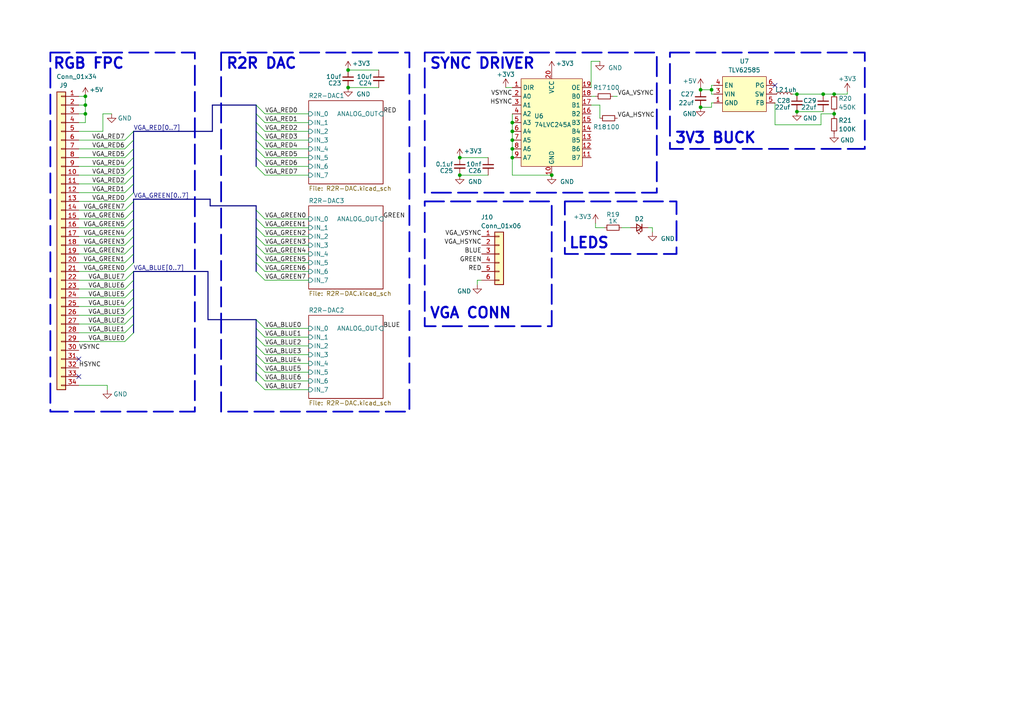
<source format=kicad_sch>
(kicad_sch (version 20231120) (generator "eeschema") (generator_version "8.0")
  (paper "A4")
  (lib_symbols
    (symbol "Connector_Generic:Conn_01x06" (pin_names (offset 1.016) hide)
      (property "Reference" "J" (at 0 7.62 0))
      (property "Value" "Conn_01x06" (at 0 -10.16 0))
      (symbol "Conn_01x06_1_1"
        (rectangle (start -1.27 -7.493) (end 0 -7.747) (stroke (width 0.1524)))
        (rectangle (start -1.27 -4.953) (end 0 -5.207) (stroke (width 0.1524)))
        (rectangle (start -1.27 -2.413) (end 0 -2.667) (stroke (width 0.1524)))
        (rectangle (start -1.27 0.127) (end 0 -0.127) (stroke (width 0.1524)))
        (rectangle (start -1.27 2.667) (end 0 2.413) (stroke (width 0.1524)))
        (rectangle (start -1.27 5.207) (end 0 4.953) (stroke (width 0.1524)))
        (rectangle (start -1.27 6.35) (end 1.27 -8.89) (stroke (width 0.254)) (fill (type background)))
        (pin passive line (at -5.08 5.08 0) (length 3.81) (name "Pin_1") (number "1"))
        (pin passive line (at -5.08 2.54 0) (length 3.81) (name "Pin_2") (number "2"))
        (pin passive line (at -5.08 0 0) (length 3.81) (name "Pin_3") (number "3"))
        (pin passive line (at -5.08 -2.54 0) (length 3.81) (name "Pin_4") (number "4"))
        (pin passive line (at -5.08 -5.08 0) (length 3.81) (name "Pin_5") (number "5"))
        (pin passive line (at -5.08 -7.62 0) (length 3.81) (name "Pin_6") (number "6"))
      )
    )
    (symbol "Connector_Generic:Conn_01x34" (pin_names (offset 1.016) hide)
      (property "Reference" "J" (at 0 43.18 0))
      (property "Value" "Conn_01x34" (at 0 -45.72 0))
      (symbol "Conn_01x34_1_1"
        (rectangle (start -1.27 -43.053) (end 0 -43.307) (stroke (width 0.1524)))
        (rectangle (start -1.27 -40.513) (end 0 -40.767) (stroke (width 0.1524)))
        (rectangle (start -1.27 -37.973) (end 0 -38.227) (stroke (width 0.1524)))
        (rectangle (start -1.27 -35.433) (end 0 -35.687) (stroke (width 0.1524)))
        (rectangle (start -1.27 -32.893) (end 0 -33.147) (stroke (width 0.1524)))
        (rectangle (start -1.27 -30.353) (end 0 -30.607) (stroke (width 0.1524)))
        (rectangle (start -1.27 -27.813) (end 0 -28.067) (stroke (width 0.1524)))
        (rectangle (start -1.27 -25.273) (end 0 -25.527) (stroke (width 0.1524)))
        (rectangle (start -1.27 -22.733) (end 0 -22.987) (stroke (width 0.1524)))
        (rectangle (start -1.27 -20.193) (end 0 -20.447) (stroke (width 0.1524)))
        (rectangle (start -1.27 -17.653) (end 0 -17.907) (stroke (width 0.1524)))
        (rectangle (start -1.27 -15.113) (end 0 -15.367) (stroke (width 0.1524)))
        (rectangle (start -1.27 -12.573) (end 0 -12.827) (stroke (width 0.1524)))
        (rectangle (start -1.27 -10.033) (end 0 -10.287) (stroke (width 0.1524)))
        (rectangle (start -1.27 -7.493) (end 0 -7.747) (stroke (width 0.1524)))
        (rectangle (start -1.27 -4.953) (end 0 -5.207) (stroke (width 0.1524)))
        (rectangle (start -1.27 -2.413) (end 0 -2.667) (stroke (width 0.1524)))
        (rectangle (start -1.27 0.127) (end 0 -0.127) (stroke (width 0.1524)))
        (rectangle (start -1.27 2.667) (end 0 2.413) (stroke (width 0.1524)))
        (rectangle (start -1.27 5.207) (end 0 4.953) (stroke (width 0.1524)))
        (rectangle (start -1.27 7.747) (end 0 7.493) (stroke (width 0.1524)))
        (rectangle (start -1.27 10.287) (end 0 10.033) (stroke (width 0.1524)))
        (rectangle (start -1.27 12.827) (end 0 12.573) (stroke (width 0.1524)))
        (rectangle (start -1.27 15.367) (end 0 15.113) (stroke (width 0.1524)))
        (rectangle (start -1.27 17.907) (end 0 17.653) (stroke (width 0.1524)))
        (rectangle (start -1.27 20.447) (end 0 20.193) (stroke (width 0.1524)))
        (rectangle (start -1.27 22.987) (end 0 22.733) (stroke (width 0.1524)))
        (rectangle (start -1.27 25.527) (end 0 25.273) (stroke (width 0.1524)))
        (rectangle (start -1.27 28.067) (end 0 27.813) (stroke (width 0.1524)))
        (rectangle (start -1.27 30.607) (end 0 30.353) (stroke (width 0.1524)))
        (rectangle (start -1.27 33.147) (end 0 32.893) (stroke (width 0.1524)))
        (rectangle (start -1.27 35.687) (end 0 35.433) (stroke (width 0.1524)))
        (rectangle (start -1.27 38.227) (end 0 37.973) (stroke (width 0.1524)))
        (rectangle (start -1.27 40.767) (end 0 40.513) (stroke (width 0.1524)))
        (rectangle (start -1.27 41.91) (end 1.27 -44.45) (stroke (width 0.254)) (fill (type background)))
        (pin passive line (at -5.08 40.64 0) (length 3.81) (name "Pin_1") (number "1"))
        (pin passive line (at -5.08 17.78 0) (length 3.81) (name "Pin_10") (number "10"))
        (pin passive line (at -5.08 15.24 0) (length 3.81) (name "Pin_11") (number "11"))
        (pin passive line (at -5.08 12.7 0) (length 3.81) (name "Pin_12") (number "12"))
        (pin passive line (at -5.08 10.16 0) (length 3.81) (name "Pin_13") (number "13"))
        (pin passive line (at -5.08 7.62 0) (length 3.81) (name "Pin_14") (number "14"))
        (pin passive line (at -5.08 5.08 0) (length 3.81) (name "Pin_15") (number "15"))
        (pin passive line (at -5.08 2.54 0) (length 3.81) (name "Pin_16") (number "16"))
        (pin passive line (at -5.08 0 0) (length 3.81) (name "Pin_17") (number "17"))
        (pin passive line (at -5.08 -2.54 0) (length 3.81) (name "Pin_18") (number "18"))
        (pin passive line (at -5.08 -5.08 0) (length 3.81) (name "Pin_19") (number "19"))
        (pin passive line (at -5.08 38.1 0) (length 3.81) (name "Pin_2") (number "2"))
        (pin passive line (at -5.08 -7.62 0) (length 3.81) (name "Pin_20") (number "20"))
        (pin passive line (at -5.08 -10.16 0) (length 3.81) (name "Pin_21") (number "21"))
        (pin passive line (at -5.08 -12.7 0) (length 3.81) (name "Pin_22") (number "22"))
        (pin passive line (at -5.08 -15.24 0) (length 3.81) (name "Pin_23") (number "23"))
        (pin passive line (at -5.08 -17.78 0) (length 3.81) (name "Pin_24") (number "24"))
        (pin passive line (at -5.08 -20.32 0) (length 3.81) (name "Pin_25") (number "25"))
        (pin passive line (at -5.08 -22.86 0) (length 3.81) (name "Pin_26") (number "26"))
        (pin passive line (at -5.08 -25.4 0) (length 3.81) (name "Pin_27") (number "27"))
        (pin passive line (at -5.08 -27.94 0) (length 3.81) (name "Pin_28") (number "28"))
        (pin passive line (at -5.08 -30.48 0) (length 3.81) (name "Pin_29") (number "29"))
        (pin passive line (at -5.08 35.56 0) (length 3.81) (name "Pin_3") (number "3"))
        (pin passive line (at -5.08 -33.02 0) (length 3.81) (name "Pin_30") (number "30"))
        (pin passive line (at -5.08 -35.56 0) (length 3.81) (name "Pin_31") (number "31"))
        (pin passive line (at -5.08 -38.1 0) (length 3.81) (name "Pin_32") (number "32"))
        (pin passive line (at -5.08 -40.64 0) (length 3.81) (name "Pin_33") (number "33"))
        (pin passive line (at -5.08 -43.18 0) (length 3.81) (name "Pin_34") (number "34"))
        (pin passive line (at -5.08 33.02 0) (length 3.81) (name "Pin_4") (number "4"))
        (pin passive line (at -5.08 30.48 0) (length 3.81) (name "Pin_5") (number "5"))
        (pin passive line (at -5.08 27.94 0) (length 3.81) (name "Pin_6") (number "6"))
        (pin passive line (at -5.08 25.4 0) (length 3.81) (name "Pin_7") (number "7"))
        (pin passive line (at -5.08 22.86 0) (length 3.81) (name "Pin_8") (number "8"))
        (pin passive line (at -5.08 20.32 0) (length 3.81) (name "Pin_9") (number "9"))
      )
    )
    (symbol "Device:C_Small" (pin_numbers hide) (pin_names (offset 0.254) hide)
      (property "Reference" "C" (at 0.254 1.778 0))
      (property "Value" "C_Small" (at 0.254 -2.032 0))
      (symbol "C_Small_0_1"
        (polyline (pts (xy -1.524 -0.508) (xy 1.524 -0.508)) (stroke (width 0.3302)))
        (polyline (pts (xy -1.524 0.508) (xy 1.524 0.508)) (stroke (width 0.3048)))
      )
      (symbol "C_Small_1_1"
        (pin passive line (at 0 2.54 270) (length 2.032) (name "~") (number "1"))
        (pin passive line (at 0 -2.54 90) (length 2.032) (name "~") (number "2"))
      )
    )
    (symbol "Device:LED_Small" (pin_numbers hide) (pin_names (offset 0.254) hide)
      (property "Reference" "D" (at -1.27 3.175 0))
      (property "Value" "LED_Small" (at -4.445 -2.54 0))
      (symbol "LED_Small_0_1"
        (polyline (pts (xy -0.762 -1.016) (xy -0.762 1.016)) (stroke (width 0.254)))
        (polyline (pts (xy 1.016 0) (xy -0.762 0)))
        (polyline (pts (xy 0.762 -1.016) (xy -0.762 0) (xy 0.762 1.016) (xy 0.762 -1.016)) (stroke (width 0.254)))
        (polyline (pts (xy 0 0.762) (xy -0.508 1.27) (xy -0.254 1.27) (xy -0.508 1.27) (xy -0.508 1.016)))
        (polyline (pts (xy 0.508 1.27) (xy 0 1.778) (xy 0.254 1.778) (xy 0 1.778) (xy 0 1.524)))
      )
      (symbol "LED_Small_1_1"
        (pin passive line (at -2.54 0 0) (length 1.778) (name "K") (number "1"))
        (pin passive line (at 2.54 0 180) (length 1.778) (name "A") (number "2"))
      )
    )
    (symbol "Device:L_Small" (pin_numbers hide) (pin_names (offset 0.254) hide)
      (property "Reference" "L" (at 0.762 1.016 0))
      (property "Value" "L_Small" (at 0.762 -1.016 0))
      (symbol "L_Small_0_1"
        (arc (start 0 -2.032) (mid 0.5058 -1.524) (end 0 -1.016))
        (arc (start 0 -1.016) (mid 0.5058 -0.508) (end 0 0))
        (arc (start 0 0) (mid 0.5058 0.508) (end 0 1.016))
        (arc (start 0 1.016) (mid 0.5058 1.524) (end 0 2.032))
      )
      (symbol "L_Small_1_1"
        (pin passive line (at 0 2.54 270) (length 0.508) (name "~") (number "1"))
        (pin passive line (at 0 -2.54 90) (length 0.508) (name "~") (number "2"))
      )
    )
    (symbol "Device:R_Small" (pin_numbers hide) (pin_names (offset 0.254) hide)
      (property "Reference" "R" (at 0.762 0.508 0))
      (property "Value" "R_Small" (at 0.762 -1.016 0))
      (symbol "R_Small_0_1"
        (rectangle (start -0.762 1.778) (end 0.762 -1.778) (stroke (width 0.2032)))
      )
      (symbol "R_Small_1_1"
        (pin passive line (at 0 2.54 270) (length 0.762) (name "~") (number "1"))
        (pin passive line (at 0 -2.54 90) (length 0.762) (name "~") (number "2"))
      )
    )
    (symbol "New_Library:74LVC245A"
      (property "Reference" "U" (at 0 1.27 0))
      (property "Value" "74LVC245A" (at 0 -2.54 0))
      (symbol "74LVC245A_1_0"
        (pin input line (at 11.43 5.08 180) (length 2.54) (name "B1") (number "17"))
        (pin input line (at -11.43 5.08 0) (length 2.54) (name "A1") (number "3"))
      )
      (symbol "74LVC245A_1_1"
        (rectangle (start -8.89 12.7) (end 8.89 -12.7) (fill (type background)))
        (pin input line (at -11.43 10.16 0) (length 2.54) (name "DIR") (number "1"))
        (pin input line (at 0 -15.24 90) (length 2.54) (name "GND") (number "10"))
        (pin input line (at 11.43 -10.16 180) (length 2.54) (name "B7") (number "11"))
        (pin input line (at 11.43 -7.62 180) (length 2.54) (name "B6") (number "12"))
        (pin input line (at 11.43 -5.08 180) (length 2.54) (name "B5") (number "13"))
        (pin input line (at 11.43 -2.54 180) (length 2.54) (name "B4") (number "14"))
        (pin input line (at 11.43 0 180) (length 2.54) (name "B3") (number "15"))
        (pin input line (at 11.43 2.54 180) (length 2.54) (name "B2") (number "16"))
        (pin input line (at 11.43 7.62 180) (length 2.54) (name "B0") (number "18"))
        (pin input line (at 11.43 10.16 180) (length 2.54) (name "OE") (number "19"))
        (pin input line (at -11.43 7.62 0) (length 2.54) (name "A0") (number "2"))
        (pin input line (at 0 15.24 270) (length 2.54) (name "VCC") (number "20"))
        (pin input line (at -11.43 2.54 0) (length 2.54) (name "A2") (number "4"))
        (pin input line (at -11.43 0 0) (length 2.54) (name "A3") (number "5"))
        (pin input line (at -11.43 -2.54 0) (length 2.54) (name "A4") (number "6"))
        (pin input line (at -11.43 -5.08 0) (length 2.54) (name "A5") (number "7"))
        (pin input line (at -11.43 -7.62 0) (length 2.54) (name "A6") (number "8"))
        (pin input line (at -11.43 -10.16 0) (length 2.54) (name "A7") (number "9"))
      )
    )
    (symbol "mylib:TLV62585"
      (property "Reference" "U" (at 0 8.89 0))
      (property "Value" "TLV62585" (at 0 6.35 0))
      (symbol "TLV62585_1_1"
        (rectangle (start -6.35 5.08) (end 6.35 -5.08) (fill (type background)))
        (pin power_out line (at -8.89 -2.54 0) (length 2.54) (name "GND") (number "1"))
        (pin power_out line (at 8.89 0 180) (length 2.54) (name "SW") (number "2"))
        (pin power_in line (at -8.89 0 0) (length 2.54) (name "VIN") (number "3"))
        (pin input line (at -8.89 2.54 0) (length 2.54) (name "EN") (number "4"))
        (pin input line (at 8.89 -2.54 180) (length 2.54) (name "FB") (number "5"))
        (pin output line (at 8.89 2.54 180) (length 2.54) (name "PG") (number "6"))
      )
    )
    (symbol "power:+3V3" (power) (pin_names (offset 0))
      (property "Value" "+3V3" (at 0 3.556 0))
      (symbol "+3V3_0_1"
        (polyline (pts (xy -0.762 1.27) (xy 0 2.54)))
        (polyline (pts (xy 0 0) (xy 0 2.54)))
        (polyline (pts (xy 0 2.54) (xy 0.762 1.27)))
      )
      (symbol "+3V3_1_1"
        (pin power_in line (at 0 0 90) (length 0) hide (name "+3V3") (number "1"))
      )
    )
    (symbol "power:+5V" (power) (pin_names (offset 0))
      (property "Value" "+5V" (at 0 3.556 0))
      (symbol "+5V_0_1"
        (polyline (pts (xy -0.762 1.27) (xy 0 2.54)))
        (polyline (pts (xy 0 0) (xy 0 2.54)))
        (polyline (pts (xy 0 2.54) (xy 0.762 1.27)))
      )
      (symbol "+5V_1_1"
        (pin power_in line (at 0 0 90) (length 0) hide (name "+5V") (number "1"))
      )
    )
    (symbol "power:GND" (power) (pin_names (offset 0))
      (property "Value" "GND" (at 0 -3.81 0))
      (symbol "GND_0_1"
        (polyline (pts (xy 0 0) (xy 0 -1.27) (xy 1.27 -1.27) (xy 0 -2.54) (xy -1.27 -1.27) (xy 0 -1.27)))
      )
      (symbol "GND_1_1"
        (pin power_in line (at 0 0 270) (length 0) hide (name "GND") (number "1"))
      )
    )
  )
  (junction (at 148.59 43.18))
  (junction (at 133.35 50.8))
  (junction (at 241.935 27.305))
  (junction (at 133.35 45.72))
  (junction (at 206.375 26.035))
  (junction (at 203.2 26.035))
  (junction (at 231.14 32.385))
  (junction (at 241.935 33.02))
  (junction (at 148.59 35.56))
  (junction (at 24.765 30.48))
  (junction (at 148.59 45.72))
  (junction (at 203.2 31.115))
  (junction (at 238.76 27.305))
  (junction (at 24.765 27.94))
  (junction (at 231.14 27.305))
  (junction (at 160.02 50.8))
  (junction (at 100.965 25.4))
  (junction (at 148.59 40.64))
  (junction (at 148.59 38.1))
  (junction (at 100.965 20.32))
  (junction (at 24.765 33.02))
  (no_connect (at 22.86 109.22))
  (no_connect (at 224.79 24.765))
  (no_connect (at 22.86 104.14))
  (bus_entry (at 38.735 45.72) (size -2.54 2.54))
  (bus_entry (at 38.735 68.58) (size -2.54 2.54))
  (bus_entry (at 38.735 63.5) (size -2.54 2.54))
  (bus_entry (at 74.295 38.1) (size 2.54 2.54))
  (bus_entry (at 38.735 91.44) (size -2.54 2.54))
  (bus_entry (at 74.295 43.18) (size 2.54 2.54))
  (bus_entry (at 74.295 78.74) (size 2.54 2.54))
  (bus_entry (at 74.295 63.5) (size 2.54 2.54))
  (bus_entry (at 38.735 66.04) (size -2.54 2.54))
  (bus_entry (at 74.295 66.04) (size 2.54 2.54))
  (bus_entry (at 74.295 35.56) (size 2.54 2.54))
  (bus_entry (at 74.295 68.58) (size 2.54 2.54))
  (bus_entry (at 74.295 60.96) (size 2.54 2.54))
  (bus_entry (at 38.735 60.96) (size -2.54 2.54))
  (bus_entry (at 74.295 40.64) (size 2.54 2.54))
  (bus_entry (at 38.735 58.42) (size -2.54 2.54))
  (bus_entry (at 38.735 88.9) (size -2.54 2.54))
  (bus_entry (at 74.295 30.48) (size 2.54 2.54))
  (bus_entry (at 38.735 73.66) (size -2.54 2.54))
  (bus_entry (at 38.735 78.74) (size -2.54 2.54))
  (bus_entry (at 38.735 96.52) (size -2.54 2.54))
  (bus_entry (at 74.295 71.12) (size 2.54 2.54))
  (bus_entry (at 74.295 76.2) (size 2.54 2.54))
  (bus_entry (at 38.735 48.26) (size -2.54 2.54))
  (bus_entry (at 38.735 43.18) (size -2.54 2.54))
  (bus_entry (at 38.735 81.28) (size -2.54 2.54))
  (bus_entry (at 74.295 110.49) (size 2.54 2.54))
  (bus_entry (at 74.295 95.25) (size 2.54 2.54))
  (bus_entry (at 74.295 102.87) (size 2.54 2.54))
  (bus_entry (at 38.735 38.1) (size -2.54 2.54))
  (bus_entry (at 38.735 93.98) (size -2.54 2.54))
  (bus_entry (at 38.735 71.12) (size -2.54 2.54))
  (bus_entry (at 38.735 86.36) (size -2.54 2.54))
  (bus_entry (at 74.295 105.41) (size 2.54 2.54))
  (bus_entry (at 74.295 48.26) (size 2.54 2.54))
  (bus_entry (at 74.295 73.66) (size 2.54 2.54))
  (bus_entry (at 38.735 53.34) (size -2.54 2.54))
  (bus_entry (at 38.735 76.2) (size -2.54 2.54))
  (bus_entry (at 38.735 50.8) (size -2.54 2.54))
  (bus_entry (at 38.735 40.64) (size -2.54 2.54))
  (bus_entry (at 74.295 45.72) (size 2.54 2.54))
  (bus_entry (at 74.295 33.02) (size 2.54 2.54))
  (bus_entry (at 38.735 55.88) (size -2.54 2.54))
  (bus_entry (at 74.295 107.95) (size 2.54 2.54))
  (bus_entry (at 38.735 83.82) (size -2.54 2.54))
  (bus_entry (at 74.295 100.33) (size 2.54 2.54))
  (bus_entry (at 74.295 97.79) (size 2.54 2.54))
  (bus_entry (at 74.295 92.71) (size 2.54 2.54))
  (wire (pts (xy 76.835 113.03) (xy 89.535 113.03)))
  (wire (pts (xy 148.59 33.02) (xy 148.59 35.56)))
  (bus (pts (xy 74.295 30.48) (xy 74.295 33.02)))
  (wire (pts (xy 76.835 43.18) (xy 89.535 43.18)))
  (wire (pts (xy 76.835 97.79) (xy 89.535 97.79)))
  (wire (pts (xy 76.835 107.95) (xy 89.535 107.95)))
  (bus (pts (xy 74.295 92.71) (xy 74.295 95.25)))
  (wire (pts (xy 148.59 43.18) (xy 148.59 45.72)))
  (bus (pts (xy 74.295 102.87) (xy 74.295 105.41)))
  (bus (pts (xy 74.295 107.95) (xy 74.295 110.49)))
  (wire (pts (xy 224.79 29.845) (xy 224.79 36.195)))
  (wire (pts (xy 231.14 32.385) (xy 238.76 32.385)))
  (bus (pts (xy 38.735 50.8) (xy 38.735 53.34)))
  (wire (pts (xy 207.01 27.305) (xy 206.375 27.305)))
  (wire (pts (xy 76.835 48.26) (xy 89.535 48.26)))
  (bus (pts (xy 74.295 66.04) (xy 74.295 68.58)))
  (bus (pts (xy 61.595 30.48) (xy 74.295 30.48)))
  (wire (pts (xy 24.765 27.94) (xy 24.765 30.48)))
  (wire (pts (xy 189.23 67.31) (xy 189.23 66.04)))
  (wire (pts (xy 76.835 66.04) (xy 89.535 66.04)))
  (bus (pts (xy 38.735 83.82) (xy 38.735 86.36)))
  (bus (pts (xy 38.735 71.12) (xy 38.735 73.66)))
  (wire (pts (xy 229.87 27.305) (xy 231.14 27.305)))
  (wire (pts (xy 207.01 24.765) (xy 206.375 24.765)))
  (wire (pts (xy 22.86 68.58) (xy 36.195 68.58)))
  (bus (pts (xy 38.735 91.44) (xy 38.735 93.98)))
  (wire (pts (xy 179.07 27.94) (xy 177.8 27.94)))
  (wire (pts (xy 203.2 25.4) (xy 203.2 26.035)))
  (bus (pts (xy 74.295 63.5) (xy 74.295 66.04)))
  (wire (pts (xy 24.765 33.02) (xy 24.765 35.56)))
  (bus (pts (xy 38.735 57.785) (xy 60.96 57.785)))
  (wire (pts (xy 206.375 29.845) (xy 206.375 31.115)))
  (bus (pts (xy 74.295 76.2) (xy 74.295 78.74)))
  (wire (pts (xy 146.685 25.4) (xy 148.59 25.4)))
  (bus (pts (xy 60.325 78.74) (xy 60.325 92.71)))
  (wire (pts (xy 133.35 50.8) (xy 141.605 50.8)))
  (wire (pts (xy 22.86 60.96) (xy 36.195 60.96)))
  (wire (pts (xy 238.76 27.305) (xy 241.935 27.305)))
  (wire (pts (xy 238.125 36.195) (xy 238.125 33.02)))
  (wire (pts (xy 76.835 102.87) (xy 89.535 102.87)))
  (bus (pts (xy 74.295 59.69) (xy 74.295 60.96)))
  (wire (pts (xy 22.86 83.82) (xy 36.195 83.82)))
  (bus (pts (xy 38.735 57.785) (xy 38.735 58.42)))
  (wire (pts (xy 171.45 17.78) (xy 173.99 17.78)))
  (wire (pts (xy 22.86 93.98) (xy 36.195 93.98)))
  (wire (pts (xy 22.86 30.48) (xy 24.765 30.48)))
  (bus (pts (xy 38.735 81.28) (xy 38.735 83.82)))
  (wire (pts (xy 133.35 45.72) (xy 141.605 45.72)))
  (wire (pts (xy 148.59 50.8) (xy 160.02 50.8)))
  (wire (pts (xy 22.86 78.74) (xy 36.195 78.74)))
  (wire (pts (xy 22.86 73.66) (xy 36.195 73.66)))
  (wire (pts (xy 76.835 100.33) (xy 89.535 100.33)))
  (wire (pts (xy 100.965 20.32) (xy 109.855 20.32)))
  (bus (pts (xy 61.595 38.1) (xy 61.595 30.48)))
  (wire (pts (xy 76.835 73.66) (xy 89.535 73.66)))
  (wire (pts (xy 241.935 32.385) (xy 241.935 33.02)))
  (bus (pts (xy 60.96 59.69) (xy 74.295 59.69)))
  (bus (pts (xy 38.735 93.98) (xy 38.735 96.52)))
  (bus (pts (xy 38.735 73.66) (xy 38.735 76.2)))
  (wire (pts (xy 76.835 110.49) (xy 89.535 110.49)))
  (wire (pts (xy 76.835 105.41) (xy 89.535 105.41)))
  (wire (pts (xy 76.835 63.5) (xy 89.535 63.5)))
  (wire (pts (xy 22.86 45.72) (xy 36.195 45.72)))
  (wire (pts (xy 76.835 76.2) (xy 89.535 76.2)))
  (bus (pts (xy 38.735 78.74) (xy 60.325 78.74)))
  (wire (pts (xy 100.965 25.4) (xy 109.855 25.4)))
  (wire (pts (xy 22.86 96.52) (xy 36.195 96.52)))
  (wire (pts (xy 22.86 33.02) (xy 24.765 33.02)))
  (wire (pts (xy 245.745 27.305) (xy 245.745 26.67)))
  (wire (pts (xy 76.835 81.28) (xy 89.535 81.28)))
  (bus (pts (xy 38.735 38.1) (xy 61.595 38.1)))
  (wire (pts (xy 22.86 40.64) (xy 36.195 40.64)))
  (wire (pts (xy 22.86 91.44) (xy 36.195 91.44)))
  (wire (pts (xy 76.835 50.8) (xy 89.535 50.8)))
  (bus (pts (xy 60.325 92.71) (xy 74.295 92.71)))
  (wire (pts (xy 171.45 27.94) (xy 172.72 27.94)))
  (wire (pts (xy 22.86 55.88) (xy 36.195 55.88)))
  (wire (pts (xy 76.835 40.64) (xy 89.535 40.64)))
  (bus (pts (xy 38.735 45.72) (xy 38.735 48.26)))
  (wire (pts (xy 22.86 81.28) (xy 36.195 81.28)))
  (bus (pts (xy 74.295 33.02) (xy 74.295 35.56)))
  (wire (pts (xy 22.86 88.9) (xy 36.195 88.9)))
  (wire (pts (xy 206.375 27.305) (xy 206.375 26.035)))
  (bus (pts (xy 74.295 43.18) (xy 74.295 45.72)))
  (wire (pts (xy 22.86 38.1) (xy 29.845 38.1)))
  (wire (pts (xy 241.935 33.02) (xy 241.935 33.655)))
  (wire (pts (xy 238.125 33.02) (xy 241.935 33.02)))
  (bus (pts (xy 74.295 97.79) (xy 74.295 100.33)))
  (wire (pts (xy 148.59 38.1) (xy 148.59 40.64)))
  (bus (pts (xy 74.295 95.25) (xy 74.295 97.79)))
  (wire (pts (xy 76.835 33.02) (xy 89.535 33.02)))
  (wire (pts (xy 22.86 71.12) (xy 36.195 71.12)))
  (wire (pts (xy 76.835 38.1) (xy 89.535 38.1)))
  (wire (pts (xy 22.86 35.56) (xy 24.765 35.56)))
  (wire (pts (xy 24.765 30.48) (xy 24.765 33.02)))
  (bus (pts (xy 74.295 45.72) (xy 74.295 48.26)))
  (wire (pts (xy 224.79 36.195) (xy 238.125 36.195)))
  (wire (pts (xy 173.99 34.29) (xy 173.99 30.48)))
  (wire (pts (xy 231.14 27.305) (xy 238.76 27.305)))
  (wire (pts (xy 172.72 66.04) (xy 172.72 64.77)))
  (wire (pts (xy 31.115 111.76) (xy 31.115 113.03)))
  (bus (pts (xy 74.295 38.1) (xy 74.295 40.64)))
  (bus (pts (xy 38.735 40.64) (xy 38.735 43.18)))
  (wire (pts (xy 29.845 33.02) (xy 32.385 33.02)))
  (bus (pts (xy 38.735 58.42) (xy 38.735 60.96)))
  (bus (pts (xy 38.735 63.5) (xy 38.735 66.04)))
  (wire (pts (xy 76.835 71.12) (xy 89.535 71.12)))
  (bus (pts (xy 74.295 68.58) (xy 74.295 71.12)))
  (wire (pts (xy 76.835 68.58) (xy 89.535 68.58)))
  (wire (pts (xy 22.86 63.5) (xy 36.195 63.5)))
  (wire (pts (xy 203.2 31.115) (xy 206.375 31.115)))
  (wire (pts (xy 22.86 43.18) (xy 36.195 43.18)))
  (bus (pts (xy 74.295 73.66) (xy 74.295 76.2)))
  (bus (pts (xy 38.735 53.34) (xy 38.735 55.88)))
  (wire (pts (xy 241.935 27.305) (xy 245.745 27.305)))
  (wire (pts (xy 22.86 111.76) (xy 31.115 111.76)))
  (bus (pts (xy 74.295 105.41) (xy 74.295 107.95)))
  (bus (pts (xy 38.735 86.36) (xy 38.735 88.9)))
  (wire (pts (xy 22.86 48.26) (xy 36.195 48.26)))
  (wire (pts (xy 22.86 27.94) (xy 24.765 27.94)))
  (wire (pts (xy 207.01 29.845) (xy 206.375 29.845)))
  (wire (pts (xy 76.835 78.74) (xy 89.535 78.74)))
  (wire (pts (xy 22.86 58.42) (xy 36.195 58.42)))
  (bus (pts (xy 38.735 60.96) (xy 38.735 63.5)))
  (bus (pts (xy 74.295 35.56) (xy 74.295 38.1)))
  (wire (pts (xy 29.845 33.02) (xy 29.845 38.1)))
  (wire (pts (xy 76.835 35.56) (xy 89.535 35.56)))
  (wire (pts (xy 171.45 17.78) (xy 171.45 25.4)))
  (wire (pts (xy 189.23 66.04) (xy 187.96 66.04)))
  (wire (pts (xy 206.375 26.035) (xy 203.2 26.035)))
  (bus (pts (xy 38.735 88.9) (xy 38.735 91.44)))
  (wire (pts (xy 22.86 53.34) (xy 36.195 53.34)))
  (wire (pts (xy 206.375 24.765) (xy 206.375 26.035)))
  (wire (pts (xy 22.86 86.36) (xy 36.195 86.36)))
  (bus (pts (xy 60.96 57.785) (xy 60.96 59.69)))
  (wire (pts (xy 22.86 50.8) (xy 36.195 50.8)))
  (bus (pts (xy 74.295 100.33) (xy 74.295 102.87)))
  (bus (pts (xy 74.295 60.96) (xy 74.295 63.5)))
  (bus (pts (xy 38.735 43.18) (xy 38.735 45.72)))
  (wire (pts (xy 148.59 45.72) (xy 148.59 50.8)))
  (wire (pts (xy 139.7 81.28) (xy 138.43 81.28)))
  (bus (pts (xy 38.735 68.58) (xy 38.735 71.12)))
  (wire (pts (xy 76.835 45.72) (xy 89.535 45.72)))
  (wire (pts (xy 173.99 30.48) (xy 171.45 30.48)))
  (wire (pts (xy 22.86 66.04) (xy 36.195 66.04)))
  (bus (pts (xy 74.295 40.64) (xy 74.295 43.18)))
  (bus (pts (xy 74.295 71.12) (xy 74.295 73.66)))
  (bus (pts (xy 38.735 78.74) (xy 38.735 81.28)))
  (wire (pts (xy 148.59 40.64) (xy 148.59 43.18)))
  (wire (pts (xy 22.86 99.06) (xy 36.195 99.06)))
  (wire (pts (xy 138.43 81.28) (xy 138.43 82.55)))
  (bus (pts (xy 38.735 66.04) (xy 38.735 68.58)))
  (bus (pts (xy 38.735 48.26) (xy 38.735 50.8)))
  (wire (pts (xy 180.34 66.04) (xy 182.88 66.04)))
  (wire (pts (xy 76.835 95.25) (xy 89.535 95.25)))
  (wire (pts (xy 148.59 35.56) (xy 148.59 38.1)))
  (bus (pts (xy 38.735 38.1) (xy 38.735 40.64)))
  (wire (pts (xy 175.26 66.04) (xy 172.72 66.04)))
  (wire (pts (xy 22.86 76.2) (xy 36.195 76.2)))
  (rectangle (start 123.19 15.24) (end 190.5 55.88) (stroke (width 0.508) (type dash)))
  (rectangle (start 163.83 58.42) (end 196.215 73.66) (stroke (width 0.508) (type dash)))
  (rectangle (start 194.31 15.24) (end 250.825 43.18) (stroke (width 0.508) (type dash)))
  (rectangle (start 14.605 15.24) (end 56.515 119.38) (stroke (width 0.508) (type dash)))
  (rectangle (start 64.135 15.24) (end 118.745 119.38) (stroke (width 0.508) (type dash)))
  (rectangle (start 123.19 58.42) (end 160.02 94.615) (stroke (width 0.508) (type dash)))
  (text "R2R DAC" (at 65.405 20.32 0) (effects (font (size 3.048 3.048) (thickness 0.6096) (bold yes)) (justify left bottom)))
  (text "LEDS" (at 164.846 72.39 0) (effects (font (size 3.048 3.048) (thickness 0.6096) (bold yes)) (justify left bottom)))
  (text "3V3 BUCK" (at 195.58 41.91 0) (effects (font (size 3.048 3.048) (thickness 0.6096) (bold yes)) (justify left bottom)))
  (text "RGB FPC" (at 36.195 20.32 0) (effects (font (size 3.048 3.048) (thickness 0.6096) (bold yes)) (justify right bottom)))
  (text "SYNC DRIVER" (at 124.46 20.32 0) (effects (font (size 3.048 3.048) (thickness 0.6096) (bold yes)) (justify left bottom)))
  (text "VGA CONN\n" (at 124.46 92.71 0) (effects (font (size 3.048 3.048) (thickness 0.6096) (bold yes)) (justify left bottom)))
  (label "VGA_GREEN5" (at 76.835 76.2 0))
  (label "VGA_BLUE0" (at 76.835 95.25 0))
  (label "VGA_BLUE1" (at 76.835 97.79 0))
  (label "VGA_RED5" (at 36.195 45.72 180))
  (label "VGA_RED6" (at 76.835 48.26 0))
  (label "VGA_GREEN2" (at 76.835 68.58 0))
  (label "GREEN" (at 111.125 63.5 0))
  (label "VGA_GREEN3" (at 36.195 71.12 180))
  (label "VGA_GREEN1" (at 36.195 76.2 180))
  (label "VGA_BLUE2" (at 36.195 93.98 180))
  (label "VGA_HSYNC" (at 179.07 34.29 0))
  (label "HSYNC" (at 148.59 30.48 180))
  (label "VGA_VSYNC" (at 139.7 68.58 180))
  (label "VGA_GREEN2" (at 36.195 73.66 180))
  (label "VGA_GREEN4" (at 36.195 68.58 180))
  (label "VGA_RED7" (at 76.835 50.8 0))
  (label "VGA_BLUE[0..7]" (at 38.735 78.74 0))
  (label "VGA_BLUE5" (at 76.835 107.95 0))
  (label "VGA_BLUE7" (at 76.835 113.03 0))
  (label "VGA_RED5" (at 76.835 45.72 0))
  (label "VGA_RED3" (at 76.835 40.64 0))
  (label "VGA_RED0" (at 76.835 33.02 0))
  (label "VGA_BLUE4" (at 76.835 105.41 0))
  (label "RED" (at 111.125 33.02 0))
  (label "BLUE" (at 139.7 73.66 180))
  (label "VGA_RED[0..7]" (at 38.735 38.1 0))
  (label "VGA_GREEN[0..7]" (at 38.735 57.785 0))
  (label "VGA_GREEN4" (at 76.835 73.66 0))
  (label "VGA_RED3" (at 36.195 50.8 180))
  (label "VGA_GREEN7" (at 36.195 60.96 180))
  (label "VGA_RED2" (at 76.835 38.1 0))
  (label "VGA_BLUE1" (at 36.195 96.52 180))
  (label "VGA_BLUE6" (at 36.195 83.82 180))
  (label "VGA_BLUE5" (at 36.195 86.36 180))
  (label "VGA_GREEN5" (at 36.195 66.04 180))
  (label "VGA_RED4" (at 36.195 48.26 180))
  (label "VGA_RED6" (at 36.195 43.18 180))
  (label "VGA_RED7" (at 36.195 40.64 180))
  (label "RED" (at 139.7 78.74 180))
  (label "VGA_BLUE3" (at 76.835 102.87 0))
  (label "VGA_GREEN0" (at 36.195 78.74 180))
  (label "VSYNC" (at 148.59 27.94 180))
  (label "VGA_BLUE7" (at 36.195 81.28 180))
  (label "VGA_HSYNC" (at 139.7 71.12 180))
  (label "VGA_GREEN6" (at 76.835 78.74 0))
  (label "BLUE" (at 111.125 95.25 0))
  (label "GREEN" (at 139.7 76.2 180))
  (label "VGA_GREEN3" (at 76.835 71.12 0))
  (label "VGA_RED2" (at 36.195 53.34 180))
  (label "VGA_VSYNC" (at 179.07 27.94 0))
  (label "VGA_BLUE3" (at 36.195 91.44 180))
  (label "VGA_GREEN1" (at 76.835 66.04 0))
  (label "VGA_GREEN0" (at 76.835 63.5 0))
  (label "VGA_BLUE2" (at 76.835 100.33 0))
  (label "HSYNC" (at 22.86 106.68 0))
  (label "VGA_RED0" (at 36.195 58.42 180))
  (label "VGA_GREEN6" (at 36.195 63.5 180))
  (label "VGA_RED4" (at 76.835 43.18 0))
  (label "VGA_BLUE4" (at 36.195 88.9 180))
  (label "VSYNC" (at 22.86 101.6 0))
  (label "VGA_GREEN7" (at 76.835 81.28 0))
  (label "VGA_RED1" (at 36.195 55.88 180))
  (label "VGA_BLUE0" (at 36.195 99.06 180))
  (label "VGA_RED1" (at 76.835 35.56 0))
  (label "VGA_BLUE6" (at 76.835 110.49 0))
  (symbol (lib_id "power:+3V3") (at 160.02 20.32 0) (unit 1)
    (property "Reference" "#PWR57" (effects (hide yes)))
    (property "Value" "+3V3" (at 163.83 18.415 0))
    (property "Description" "Power symbol creates a global label with name \"+3V3\"" (effects (hide yes)))
  )
  (symbol (lib_id "power:GND") (at 133.35 50.8 0) (unit 1)
    (property "Reference" "#PWR54" (effects (hide yes)))
    (property "Value" "GND" (at 137.795 52.705 0))
    (property "Description" "Power symbol creates a global label with name \"GND\" , ground" (effects (hide yes)))
  )
  (symbol (lib_id "power:+3V3") (at 146.685 25.4 0) (unit 1)
    (property "Reference" "#PWR56" (effects (hide yes)))
    (property "Value" "+3V3" (at 146.685 21.59 0))
    (property "Description" "Power symbol creates a global label with name \"+3V3\"" (effects (hide yes)))
  )
  (symbol (lib_id "power:+3V3") (at 245.745 26.67 0) (unit 1)
    (property "Reference" "#PWR66" (effects (hide yes)))
    (property "Value" "+3V3" (at 245.745 22.86 0))
    (property "Description" "Power symbol creates a global label with name \"+3V3\"" (effects (hide yes)))
  )
  (symbol (lib_id "power:GND") (at 203.2 31.115 0) (unit 1)
    (property "Reference" "#PWR63" (effects (hide yes)))
    (property "Value" "GND" (at 200.025 33.02 0))
    (property "Description" "Power symbol creates a global label with name \"GND\" , ground" (effects (hide yes)))
  )
  (symbol (lib_id "power:+3V3") (at 133.35 45.72 0) (unit 1)
    (property "Reference" "#PWR53" (effects (hide yes)))
    (property "Value" "+3V3" (at 137.16 43.815 0))
    (property "Description" "Power symbol creates a global label with name \"+3V3\"" (effects (hide yes)))
  )
  (symbol (lib_id "Device:C_Small") (at 231.14 29.845 0) (mirror y) (unit 1)
    (property "Reference" "C28" (at 229.235 29.21 0) (effects (justify left)))
    (property "Value" "22uf" (at 229.235 31.115 0) (effects (justify left)))
    (property "Footprint" "Capacitor_SMD:C_0805_2012Metric" (effects (hide yes)))
    (property "Description" "Unpolarized capacitor, small symbol" (effects (hide yes)))
  )
  (symbol (lib_id "power:GND") (at 32.385 33.02 0) (unit 1)
    (property "Reference" "#PWR50" (effects (hide yes)))
    (property "Value" "GND" (at 36.195 34.29 0))
    (property "Description" "Power symbol creates a global label with name \"GND\" , ground" (effects (hide yes)))
  )
  (symbol (lib_id "Device:R_Small") (at 175.26 27.94 90) (unit 1)
    (property "Reference" "R17" (at 173.99 25.4 90))
    (property "Value" "100" (at 177.8 25.4 90))
    (property "Footprint" "Resistor_SMD:R_0603_1608Metric" (effects (hide yes)))
    (property "Description" "Resistor, small symbol" (effects (hide yes)))
  )
  (symbol (lib_id "power:GND") (at 231.14 32.385 0) (unit 1)
    (property "Reference" "#PWR64" (effects (hide yes)))
    (property "Value" "GND" (at 234.95 34.29 0))
    (property "Description" "Power symbol creates a global label with name \"GND\" , ground" (effects (hide yes)))
  )
  (symbol (lib_id "power:+5V") (at 203.2 25.4 0) (unit 1)
    (property "Reference" "#PWR62" (effects (hide yes)))
    (property "Value" "+5V" (at 200.025 23.495 0))
    (property "Description" "Power symbol creates a global label with name \"+5V\"" (effects (hide yes)))
  )
  (symbol (lib_id "Device:C_Small") (at 133.35 48.26 0) (unit 1)
    (property "Reference" "C25" (at 131.445 49.53 0) (effects (justify right)))
    (property "Value" "0.1uf" (at 131.445 47.625 0) (effects (justify right)))
    (property "Footprint" "Capacitor_SMD:C_0603_1608Metric" (effects (hide yes)))
    (property "Description" "Unpolarized capacitor, small symbol" (effects (hide yes)))
  )
  (symbol (lib_id "power:+3V3") (at 172.72 64.77 0) (mirror y) (unit 1)
    (property "Reference" "#PWR59" (effects (hide yes)))
    (property "Value" "+3V3" (at 168.91 62.865 0))
    (property "Description" "Power symbol creates a global label with name \"+3V3\"" (effects (hide yes)))
  )
  (symbol (lib_id "power:+5V") (at 24.765 27.94 0) (mirror y) (unit 1)
    (property "Reference" "#PWR48" (effects (hide yes)))
    (property "Value" "+5V" (at 27.94 26.035 0))
    (property "Description" "Power symbol creates a global label with name \"+5V\"" (effects (hide yes)))
  )
  (symbol (lib_id "Device:R_Small") (at 176.53 34.29 90) (mirror x) (unit 1)
    (property "Reference" "R18" (at 173.99 36.83 90))
    (property "Value" "100" (at 177.8 36.83 90))
    (property "Footprint" "Resistor_SMD:R_0603_1608Metric" (effects (hide yes)))
    (property "Description" "Resistor, small symbol" (effects (hide yes)))
  )
  (symbol (lib_id "power:GND") (at 241.935 38.735 0) (unit 1)
    (property "Reference" "#PWR65" (effects (hide yes)))
    (property "Value" "GND" (at 245.745 40.64 0))
    (property "Description" "Power symbol creates a global label with name \"GND\" , ground" (effects (hide yes)))
  )
  (symbol (lib_id "power:GND") (at 100.965 25.4 0) (unit 1)
    (property "Reference" "#PWR52" (effects (hide yes)))
    (property "Value" "GND" (at 105.41 27.305 0))
    (property "Description" "Power symbol creates a global label with name \"GND\" , ground" (effects (hide yes)))
  )
  (symbol (lib_id "power:GND") (at 189.23 67.31 0) (unit 1)
    (property "Reference" "#PWR61" (effects (hide yes)))
    (property "Value" "GND" (at 193.675 69.215 0))
    (property "Description" "Power symbol creates a global label with name \"GND\" , ground" (effects (hide yes)))
  )
  (symbol (lib_id "Device:R_Small") (at 241.935 29.845 180) (unit 1)
    (property "Reference" "R20" (at 243.205 28.575 0) (effects (justify right)))
    (property "Value" "450K" (at 243.205 31.115 0) (effects (justify right)))
    (property "Footprint" "Resistor_SMD:R_0402_1005Metric" (effects (hide yes)))
    (property "Description" "Resistor, small symbol" (effects (hide yes)))
  )
  (symbol (lib_id "Device:LED_Small") (at 185.42 66.04 180) (unit 1)
    (property "Reference" "D2" (at 185.42 63.5 0))
    (property "Value" "GREEN" (effects (hide yes)))
    (property "Footprint" "LED_SMD:LED_0402_1005Metric_Pad0.77x0.64mm_HandSolder" (effects (hide yes)))
    (property "Description" "Light emitting diode, small symbol" (effects (hide yes)))
  )
  (symbol (lib_id "power:GND") (at 160.02 50.8 0) (unit 1)
    (property "Reference" "#PWR58" (effects (hide yes)))
    (property "Value" "GND" (at 164.465 52.705 0))
    (property "Description" "Power symbol creates a global label with name \"GND\" , ground" (effects (hide yes)))
  )
  (symbol (lib_id "power:+3V3") (at 100.965 20.32 0) (unit 1)
    (property "Reference" "#PWR51" (effects (hide yes)))
    (property "Value" "+3V3" (at 104.775 18.415 0))
    (property "Description" "Power symbol creates a global label with name \"+3V3\"" (effects (hide yes)))
  )
  (symbol (lib_id "Device:C_Small") (at 203.2 28.575 0) (mirror y) (unit 1)
    (property "Reference" "C27" (at 201.295 27.305 0) (effects (justify left)))
    (property "Value" "22uf" (at 201.295 29.845 0) (effects (justify left)))
    (property "Footprint" "Capacitor_SMD:C_0805_2012Metric" (effects (hide yes)))
    (property "Description" "Unpolarized capacitor, small symbol" (effects (hide yes)))
  )
  (symbol (lib_id "power:GND") (at 173.99 17.78 0) (unit 1)
    (property "Reference" "#PWR60" (effects (hide yes)))
    (property "Value" "GND" (at 178.435 19.685 0))
    (property "Description" "Power symbol creates a global label with name \"GND\" , ground" (effects (hide yes)))
  )
  (symbol (lib_id "Device:R_Small") (at 177.8 66.04 90) (unit 1)
    (property "Reference" "R19" (at 177.8 62.23 90))
    (property "Value" "1K" (at 177.8 64.135 90))
    (property "Footprint" "Resistor_SMD:R_0603_1608Metric" (effects (hide yes)))
    (property "Description" "Resistor, small symbol" (effects (hide yes)))
  )
  (symbol (lib_id "Device:C_Small") (at 141.605 48.26 0) (unit 1)
    (property "Reference" "C26" (at 139.7 49.53 0) (effects (justify right)))
    (property "Value" "10nf" (at 139.7 47.625 0) (effects (justify right)))
    (property "Footprint" "Capacitor_SMD:C_0603_1608Metric" (effects (hide yes)))
    (property "Description" "Unpolarized capacitor, small symbol" (effects (hide yes)))
  )
  (symbol (lib_id "New_Library:74LVC245A") (at 160.02 35.56 0) (unit 1)
    (property "Reference" "U6" (at 154.94 33.655 0) (effects (justify left)))
    (property "Value" "74LVC245A" (at 154.94 36.195 0) (effects (justify left)))
    (property "Footprint" "Package_SO:TSSOP-20_4.4x6.5mm_P0.65mm" (effects (hide yes)))
  )
  (symbol (lib_id "power:GND") (at 138.43 82.55 0) (mirror y) (unit 1)
    (property "Reference" "#PWR55" (effects (hide yes)))
    (property "Value" "GND" (at 134.62 84.455 0))
    (property "Description" "Power symbol creates a global label with name \"GND\" , ground" (effects (hide yes)))
  )
  (symbol (lib_id "Connector_Generic:Conn_01x06") (at 144.78 73.66 0) (unit 1)
    (property "Reference" "J10" (at 139.446 62.992 0) (effects (justify left)))
    (property "Value" "Conn_01x06" (at 139.446 65.532 0) (effects (justify left)))
    (property "Footprint" "Connector_PinHeader_2.54mm:PinHeader_1x06_P2.54mm_Vertical" (effects (hide yes)))
    (property "Description" "Generic connector, single row, 01x06, script generated (kicad-library-utils/schlib/autogen/connector/)" (effects (hide yes)))
  )
  (symbol (lib_id "Connector_Generic:Conn_01x34") (at 17.78 68.58 0) (mirror y) (unit 1)
    (property "Reference" "J9" (at 18.415 24.765 0))
    (property "Value" "Conn_01x34" (at 22.225 22.225 0))
    (property "Footprint" "C279718:FPC-SMD_KH-FG0.5-H2.0-34PIN" (effects (hide yes)))
    (property "Description" "Generic connector, single row, 01x34, script generated (kicad-library-utils/schlib/autogen/connector/)" (effects (hide yes)))
  )
  (symbol (lib_id "power:GND") (at 31.115 113.03 0) (unit 1)
    (property "Reference" "#PWR49" (effects (hide yes)))
    (property "Value" "GND" (at 34.925 114.3 0))
    (property "Description" "Power symbol creates a global label with name \"GND\" , ground" (effects (hide yes)))
  )
  (symbol (lib_id "Device:C_Small") (at 109.855 22.86 0) (unit 1)
    (property "Reference" "C24" (at 107.95 24.13 0) (effects (justify right)))
    (property "Value" "10uf" (at 107.95 22.225 0) (effects (justify right)))
    (property "Footprint" "Capacitor_SMD:C_0805_2012Metric" (effects (hide yes)))
    (property "Description" "Unpolarized capacitor, small symbol" (effects (hide yes)))
  )
  (symbol (lib_id "Device:C_Small") (at 100.965 22.86 0) (unit 1)
    (property "Reference" "C23" (at 99.06 24.13 0) (effects (justify right)))
    (property "Value" "10uf" (at 99.06 22.225 0) (effects (justify right)))
    (property "Footprint" "Capacitor_SMD:C_0805_2012Metric" (effects (hide yes)))
    (property "Description" "Unpolarized capacitor, small symbol" (effects (hide yes)))
  )
  (symbol (lib_id "Device:C_Small") (at 238.76 29.845 0) (mirror y) (unit 1)
    (property "Reference" "C29" (at 236.855 29.21 0) (effects (justify left)))
    (property "Value" "22uf" (at 236.855 31.115 0) (effects (justify left)))
    (property "Footprint" "Capacitor_SMD:C_0805_2012Metric" (effects (hide yes)))
    (property "Description" "Unpolarized capacitor, small symbol" (effects (hide yes)))
  )
  (symbol (lib_id "Device:R_Small") (at 241.935 36.195 180) (unit 1)
    (property "Reference" "R21" (at 243.205 34.925 0) (effects (justify right)))
    (property "Value" "100K" (at 243.205 37.465 0) (effects (justify right)))
    (property "Footprint" "Resistor_SMD:R_0402_1005Metric" (effects (hide yes)))
    (property "Description" "Resistor, small symbol" (effects (hide yes)))
  )
  (symbol (lib_id "mylib:TLV62585") (at 215.9 27.305 0) (unit 1)
    (property "Reference" "U7" (at 215.9 17.78 0))
    (property "Value" "TLV62585" (at 215.9 20.32 0))
    (property "Footprint" "Package_TO_SOT_SMD:SOT-563" (effects (hide yes)))
  )
  (symbol (lib_id "Device:L_Small") (at 227.33 27.305 90) (unit 1)
    (property "Reference" "L2" (at 226.06 26.035 90))
    (property "Value" "1uh" (at 229.235 26.035 90))
    (property "Footprint" "Inductor_SMD:L_0603_1608Metric" (effects (hide yes)))
    (property "Description" "Inductor, small symbol" (effects (hide yes)))
  )
  (sheet (at 89.535 59.69) (size 21.59 24.13) (stroke (width 0.1524))
    (property "Sheetname" "R2R-DAC3" (at 89.535 58.9784 0) (effects (justify left bottom)))
    (property "Sheetfile" "R2R-DAC.kicad_sch" (at 89.535 84.4046 0) (effects (justify left top)))
    (pin "IN_0" input (at 89.535 63.5 180))
    (pin "IN_2" input (at 89.535 68.58 180))
    (pin "IN_1" input (at 89.535 66.04 180))
    (pin "IN_3" input (at 89.535 71.12 180))
    (pin "IN_4" input (at 89.535 73.66 180))
    (pin "IN_5" input (at 89.535 76.2 180))
    (pin "IN_6" input (at 89.535 78.74 180))
    (pin "IN_7" input (at 89.535 81.28 180))
    (pin "ANALOG_OUT" input (at 111.125 63.5 0))
  )
  (sheet (at 89.535 91.44) (size 21.59 24.13) (stroke (width 0.1524))
    (property "Sheetname" "R2R-DAC2" (at 89.535 90.7284 0) (effects (justify left bottom)))
    (property "Sheetfile" "R2R-DAC.kicad_sch" (at 89.535 116.1546 0) (effects (justify left top)))
    (pin "IN_0" input (at 89.535 95.25 180))
    (pin "IN_2" input (at 89.535 100.33 180))
    (pin "IN_1" input (at 89.535 97.79 180))
    (pin "IN_3" input (at 89.535 102.87 180))
    (pin "IN_4" input (at 89.535 105.41 180))
    (pin "IN_5" input (at 89.535 107.95 180))
    (pin "IN_6" input (at 89.535 110.49 180))
    (pin "IN_7" input (at 89.535 113.03 180))
    (pin "ANALOG_OUT" input (at 111.125 95.25 0))
  )
  (sheet (at 89.535 29.21) (size 21.59 24.13) (stroke (width 0.1524)) (fill (color 255 3 59 0.0000))
    (property "Sheetname" "R2R-DAC1" (at 89.535 28.4984 0) (effects (justify left bottom)))
    (property "Sheetfile" "R2R-DAC.kicad_sch" (at 89.535 53.9246 0) (effects (justify left top)))
    (pin "IN_0" input (at 89.535 33.02 180))
    (pin "IN_2" input (at 89.535 38.1 180))
    (pin "IN_1" input (at 89.535 35.56 180))
    (pin "IN_3" input (at 89.535 40.64 180))
    (pin "IN_4" input (at 89.535 43.18 180))
    (pin "IN_5" input (at 89.535 45.72 180))
    (pin "IN_6" input (at 89.535 48.26 180))
    (pin "IN_7" input (at 89.535 50.8 180))
    (pin "ANALOG_OUT" input (at 111.125 33.02 0))
  )
)
</source>
